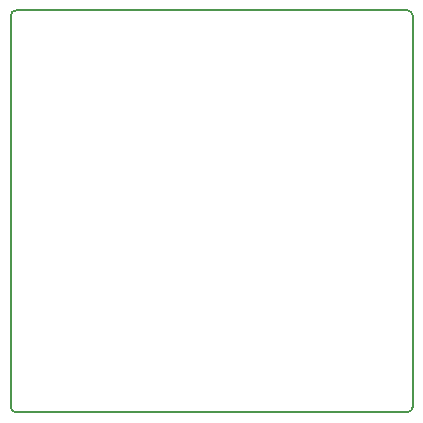
<source format=gm1>
G04 #@! TF.FileFunction,Profile,NP*
%FSLAX46Y46*%
G04 Gerber Fmt 4.6, Leading zero omitted, Abs format (unit mm)*
G04 Created by KiCad (PCBNEW 4.0.7) date Tue Jul  3 21:07:43 2018*
%MOMM*%
%LPD*%
G01*
G04 APERTURE LIST*
%ADD10C,0.100000*%
%ADD11C,0.150000*%
G04 APERTURE END LIST*
D10*
D11*
X39000000Y-29000000D02*
X39000000Y-33600000D01*
X73000000Y-29000000D02*
X73000000Y-33600000D01*
X39000000Y-57400000D02*
X39000000Y-62200000D01*
X73000000Y-57400000D02*
X73000000Y-62200000D01*
X73000000Y-54400000D02*
X73000000Y-57600000D01*
X39400000Y-62600000D02*
X72600000Y-62600000D01*
X39000000Y-54600000D02*
X39000000Y-57600000D01*
X39000000Y-34400000D02*
X39000000Y-33600000D01*
X73000000Y-33600000D02*
X73000000Y-34400000D01*
X39000000Y-54600000D02*
X39000000Y-34400000D01*
X73000000Y-34400000D02*
X73000000Y-54600000D01*
X39400000Y-28600000D02*
X72600000Y-28600000D01*
X39400000Y-28600000D02*
G75*
G03X39000000Y-29000000I0J-400000D01*
G01*
X39000000Y-62200000D02*
G75*
G03X39400000Y-62600000I400000J0D01*
G01*
X72600000Y-62600000D02*
G75*
G03X73000000Y-62200000I0J400000D01*
G01*
X73000000Y-29000000D02*
G75*
G03X72600000Y-28600000I-400000J0D01*
G01*
M02*

</source>
